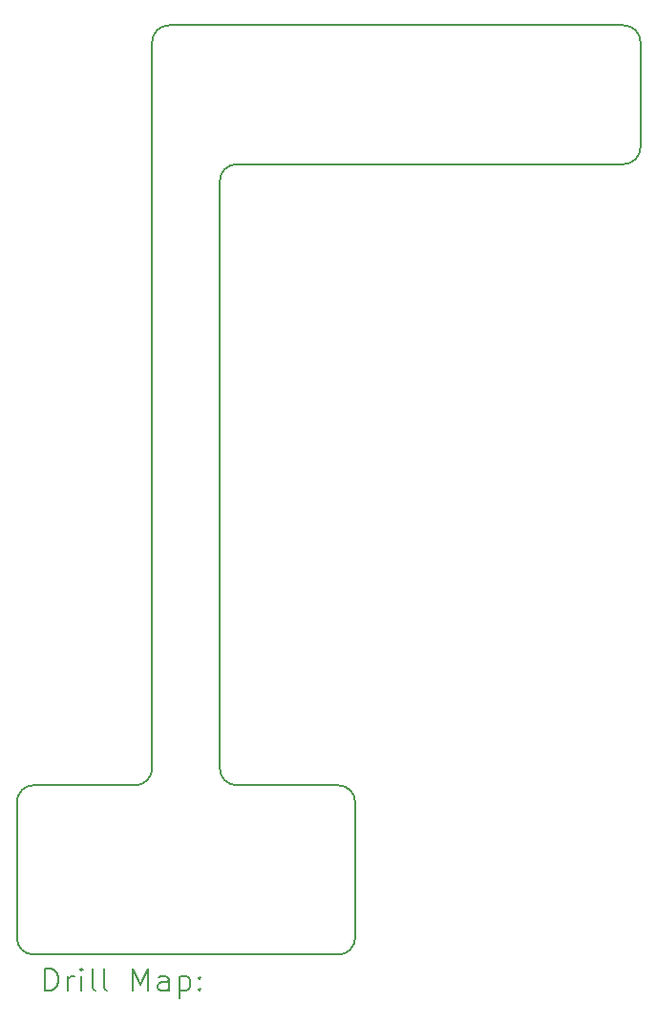
<source format=gbr>
%TF.GenerationSoftware,KiCad,Pcbnew,7.0.7*%
%TF.CreationDate,2024-12-02T13:55:25+01:00*%
%TF.ProjectId,Finger_FSR_V1_height,46696e67-6572-45f4-9653-525f56315f68,rev?*%
%TF.SameCoordinates,Original*%
%TF.FileFunction,Drillmap*%
%TF.FilePolarity,Positive*%
%FSLAX45Y45*%
G04 Gerber Fmt 4.5, Leading zero omitted, Abs format (unit mm)*
G04 Created by KiCad (PCBNEW 7.0.7) date 2024-12-02 13:55:25*
%MOMM*%
%LPD*%
G01*
G04 APERTURE LIST*
%ADD10C,0.200000*%
G04 APERTURE END LIST*
D10*
X13115000Y-13765000D02*
G75*
G03*
X12965000Y-13615000I-150000J0D01*
G01*
X12065000Y-8115000D02*
G75*
G03*
X11915000Y-8265000I0J-150000D01*
G01*
X10265000Y-13615000D02*
G75*
G03*
X10115000Y-13765000I0J-150000D01*
G01*
X10115000Y-14965000D02*
G75*
G03*
X10265000Y-15115000I150000J0D01*
G01*
X10265000Y-15115000D02*
X12965000Y-15115000D01*
X13115000Y-14965000D02*
X13115000Y-13765000D01*
X11165000Y-13615000D02*
G75*
G03*
X11315000Y-13465000I0J150000D01*
G01*
X15645000Y-7035000D02*
G75*
G03*
X15495000Y-6885000I-150000J0D01*
G01*
X11165000Y-13615000D02*
X10265000Y-13615000D01*
X11315000Y-7035000D02*
X11315000Y-13465000D01*
X10115000Y-13765000D02*
X10115000Y-14965000D01*
X11465000Y-6885000D02*
G75*
G03*
X11315000Y-7035000I0J-150000D01*
G01*
X15645000Y-7965000D02*
X15645000Y-7035000D01*
X15495000Y-8115000D02*
G75*
G03*
X15645000Y-7965000I0J150000D01*
G01*
X12065000Y-8115000D02*
X15495000Y-8115000D01*
X12965000Y-13615000D02*
X12065000Y-13615000D01*
X11915000Y-13465000D02*
X11915000Y-8265000D01*
X15495000Y-6885000D02*
X11465000Y-6885000D01*
X12965000Y-15115000D02*
G75*
G03*
X13115000Y-14965000I0J150000D01*
G01*
X11915000Y-13465000D02*
G75*
G03*
X12065000Y-13615000I150000J0D01*
G01*
X10365777Y-15436484D02*
X10365777Y-15236484D01*
X10365777Y-15236484D02*
X10413396Y-15236484D01*
X10413396Y-15236484D02*
X10441967Y-15246008D01*
X10441967Y-15246008D02*
X10461015Y-15265055D01*
X10461015Y-15265055D02*
X10470539Y-15284103D01*
X10470539Y-15284103D02*
X10480063Y-15322198D01*
X10480063Y-15322198D02*
X10480063Y-15350769D01*
X10480063Y-15350769D02*
X10470539Y-15388865D01*
X10470539Y-15388865D02*
X10461015Y-15407912D01*
X10461015Y-15407912D02*
X10441967Y-15426960D01*
X10441967Y-15426960D02*
X10413396Y-15436484D01*
X10413396Y-15436484D02*
X10365777Y-15436484D01*
X10565777Y-15436484D02*
X10565777Y-15303150D01*
X10565777Y-15341246D02*
X10575301Y-15322198D01*
X10575301Y-15322198D02*
X10584824Y-15312674D01*
X10584824Y-15312674D02*
X10603872Y-15303150D01*
X10603872Y-15303150D02*
X10622920Y-15303150D01*
X10689586Y-15436484D02*
X10689586Y-15303150D01*
X10689586Y-15236484D02*
X10680063Y-15246008D01*
X10680063Y-15246008D02*
X10689586Y-15255531D01*
X10689586Y-15255531D02*
X10699110Y-15246008D01*
X10699110Y-15246008D02*
X10689586Y-15236484D01*
X10689586Y-15236484D02*
X10689586Y-15255531D01*
X10813396Y-15436484D02*
X10794348Y-15426960D01*
X10794348Y-15426960D02*
X10784824Y-15407912D01*
X10784824Y-15407912D02*
X10784824Y-15236484D01*
X10918158Y-15436484D02*
X10899110Y-15426960D01*
X10899110Y-15426960D02*
X10889586Y-15407912D01*
X10889586Y-15407912D02*
X10889586Y-15236484D01*
X11146729Y-15436484D02*
X11146729Y-15236484D01*
X11146729Y-15236484D02*
X11213396Y-15379341D01*
X11213396Y-15379341D02*
X11280062Y-15236484D01*
X11280062Y-15236484D02*
X11280062Y-15436484D01*
X11461015Y-15436484D02*
X11461015Y-15331722D01*
X11461015Y-15331722D02*
X11451491Y-15312674D01*
X11451491Y-15312674D02*
X11432443Y-15303150D01*
X11432443Y-15303150D02*
X11394348Y-15303150D01*
X11394348Y-15303150D02*
X11375301Y-15312674D01*
X11461015Y-15426960D02*
X11441967Y-15436484D01*
X11441967Y-15436484D02*
X11394348Y-15436484D01*
X11394348Y-15436484D02*
X11375301Y-15426960D01*
X11375301Y-15426960D02*
X11365777Y-15407912D01*
X11365777Y-15407912D02*
X11365777Y-15388865D01*
X11365777Y-15388865D02*
X11375301Y-15369817D01*
X11375301Y-15369817D02*
X11394348Y-15360293D01*
X11394348Y-15360293D02*
X11441967Y-15360293D01*
X11441967Y-15360293D02*
X11461015Y-15350769D01*
X11556253Y-15303150D02*
X11556253Y-15503150D01*
X11556253Y-15312674D02*
X11575301Y-15303150D01*
X11575301Y-15303150D02*
X11613396Y-15303150D01*
X11613396Y-15303150D02*
X11632443Y-15312674D01*
X11632443Y-15312674D02*
X11641967Y-15322198D01*
X11641967Y-15322198D02*
X11651491Y-15341246D01*
X11651491Y-15341246D02*
X11651491Y-15398388D01*
X11651491Y-15398388D02*
X11641967Y-15417436D01*
X11641967Y-15417436D02*
X11632443Y-15426960D01*
X11632443Y-15426960D02*
X11613396Y-15436484D01*
X11613396Y-15436484D02*
X11575301Y-15436484D01*
X11575301Y-15436484D02*
X11556253Y-15426960D01*
X11737205Y-15417436D02*
X11746729Y-15426960D01*
X11746729Y-15426960D02*
X11737205Y-15436484D01*
X11737205Y-15436484D02*
X11727682Y-15426960D01*
X11727682Y-15426960D02*
X11737205Y-15417436D01*
X11737205Y-15417436D02*
X11737205Y-15436484D01*
X11737205Y-15312674D02*
X11746729Y-15322198D01*
X11746729Y-15322198D02*
X11737205Y-15331722D01*
X11737205Y-15331722D02*
X11727682Y-15322198D01*
X11727682Y-15322198D02*
X11737205Y-15312674D01*
X11737205Y-15312674D02*
X11737205Y-15331722D01*
M02*

</source>
